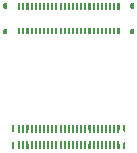
<source format=gtp>
G04*
G04 #@! TF.GenerationSoftware,Altium Limited,Altium Designer,20.0.12 (288)*
G04*
G04 Layer_Color=8421504*
%FSLAX25Y25*%
%MOIN*%
G70*
G01*
G75*
%ADD13R,0.00866X0.02008*%
%ADD14R,0.01378X0.01732*%
%ADD15R,0.00866X0.02933*%
%ADD16R,0.00787X0.02480*%
G36*
X40512Y13248D02*
X39803D01*
Y14961D01*
X40512D01*
Y13248D01*
D02*
G37*
G36*
X39134D02*
X38425D01*
Y14961D01*
X39134D01*
Y13248D01*
D02*
G37*
G36*
X37756D02*
X37047D01*
Y14961D01*
X37756D01*
Y13248D01*
D02*
G37*
G36*
X36378D02*
X35669D01*
Y14961D01*
X36378D01*
Y13248D01*
D02*
G37*
G36*
X35000D02*
X34291D01*
Y14961D01*
X35000D01*
Y13248D01*
D02*
G37*
G36*
X33622D02*
X32913D01*
Y14961D01*
X33622D01*
Y13248D01*
D02*
G37*
G36*
X32244D02*
X31535D01*
Y14961D01*
X32244D01*
Y13248D01*
D02*
G37*
G36*
X30866D02*
X30158D01*
Y14961D01*
X30866D01*
Y13248D01*
D02*
G37*
G36*
X29488D02*
X28780D01*
Y14961D01*
X29488D01*
Y13248D01*
D02*
G37*
G36*
X28110D02*
X27402D01*
Y14961D01*
X28110D01*
Y13248D01*
D02*
G37*
G36*
X26732D02*
X26024D01*
Y14961D01*
X26732D01*
Y13248D01*
D02*
G37*
G36*
X25354D02*
X24646D01*
Y14961D01*
X25354D01*
Y13248D01*
D02*
G37*
G36*
X23976D02*
X23268D01*
Y14961D01*
X23976D01*
Y13248D01*
D02*
G37*
G36*
X22598D02*
X21890D01*
Y14961D01*
X22598D01*
Y13248D01*
D02*
G37*
G36*
X21220D02*
X20512D01*
Y14961D01*
X21220D01*
Y13248D01*
D02*
G37*
G36*
X19842D02*
X19134D01*
Y14961D01*
X19842D01*
Y13248D01*
D02*
G37*
G36*
X18465D02*
X17756D01*
Y14961D01*
X18465D01*
Y13248D01*
D02*
G37*
G36*
X17087D02*
X16378D01*
Y14961D01*
X17087D01*
Y13248D01*
D02*
G37*
G36*
X15709D02*
X15000D01*
Y14961D01*
X15709D01*
Y13248D01*
D02*
G37*
G36*
X14331D02*
X13622D01*
Y14961D01*
X14331D01*
Y13248D01*
D02*
G37*
G36*
X12953D02*
X12244D01*
Y14961D01*
X12953D01*
Y13248D01*
D02*
G37*
G36*
X11575D02*
X10866D01*
Y14961D01*
X11575D01*
Y13248D01*
D02*
G37*
G36*
X10197D02*
X9488D01*
Y14961D01*
X10197D01*
Y13248D01*
D02*
G37*
G36*
X8819D02*
X8110D01*
Y14961D01*
X8819D01*
Y13248D01*
D02*
G37*
G36*
X7441D02*
X6732D01*
Y14961D01*
X7441D01*
Y13248D01*
D02*
G37*
G36*
X42480Y12480D02*
X41850D01*
Y14961D01*
X42480D01*
Y12480D01*
D02*
G37*
G36*
X5394D02*
X4764D01*
Y14961D01*
X5394D01*
Y12480D01*
D02*
G37*
G36*
X42480Y6693D02*
X41850D01*
Y9173D01*
X42480D01*
Y6693D01*
D02*
G37*
G36*
X40512D02*
X39803D01*
Y8405D01*
X40512D01*
Y6693D01*
D02*
G37*
G36*
X39134D02*
X38425D01*
Y8405D01*
X39134D01*
Y6693D01*
D02*
G37*
G36*
X37756D02*
X37047D01*
Y8405D01*
X37756D01*
Y6693D01*
D02*
G37*
G36*
X36378D02*
X35669D01*
Y8405D01*
X36378D01*
Y6693D01*
D02*
G37*
G36*
X35000D02*
X34291D01*
Y8405D01*
X35000D01*
Y6693D01*
D02*
G37*
G36*
X33622D02*
X32913D01*
Y8405D01*
X33622D01*
Y6693D01*
D02*
G37*
G36*
X32244D02*
X31535D01*
Y8405D01*
X32244D01*
Y6693D01*
D02*
G37*
G36*
X30866D02*
X30158D01*
Y8405D01*
X30866D01*
Y6693D01*
D02*
G37*
G36*
X29488D02*
X28780D01*
Y8405D01*
X29488D01*
Y6693D01*
D02*
G37*
G36*
X28110D02*
X27402D01*
Y8405D01*
X28110D01*
Y6693D01*
D02*
G37*
G36*
X26732D02*
X26024D01*
Y8405D01*
X26732D01*
Y6693D01*
D02*
G37*
G36*
X25354D02*
X24646D01*
Y8405D01*
X25354D01*
Y6693D01*
D02*
G37*
G36*
X23976D02*
X23268D01*
Y8405D01*
X23976D01*
Y6693D01*
D02*
G37*
G36*
X22598D02*
X21890D01*
Y8405D01*
X22598D01*
Y6693D01*
D02*
G37*
G36*
X21220D02*
X20512D01*
Y8405D01*
X21220D01*
Y6693D01*
D02*
G37*
G36*
X19842D02*
X19134D01*
Y8405D01*
X19842D01*
Y6693D01*
D02*
G37*
G36*
X18465D02*
X17756D01*
Y8405D01*
X18465D01*
Y6693D01*
D02*
G37*
G36*
X17087D02*
X16378D01*
Y8405D01*
X17087D01*
Y6693D01*
D02*
G37*
G36*
X15709D02*
X15000D01*
Y8405D01*
X15709D01*
Y6693D01*
D02*
G37*
G36*
X14331D02*
X13622D01*
Y8405D01*
X14331D01*
Y6693D01*
D02*
G37*
G36*
X12953D02*
X12244D01*
Y8405D01*
X12953D01*
Y6693D01*
D02*
G37*
G36*
X11575D02*
X10866D01*
Y8405D01*
X11575D01*
Y6693D01*
D02*
G37*
G36*
X10197D02*
X9488D01*
Y8405D01*
X10197D01*
Y6693D01*
D02*
G37*
G36*
X8819D02*
X8110D01*
Y8405D01*
X8819D01*
Y6693D01*
D02*
G37*
G36*
X7441D02*
X6732D01*
Y8405D01*
X7441D01*
Y6693D01*
D02*
G37*
G36*
X5394D02*
X4764D01*
Y9173D01*
X5394D01*
Y6693D01*
D02*
G37*
G36*
X45335Y53583D02*
X44232D01*
Y55315D01*
X45335D01*
Y53583D01*
D02*
G37*
G36*
X3012D02*
X1909D01*
Y55315D01*
X3012D01*
Y53583D01*
D02*
G37*
G36*
X40512Y53307D02*
X39803D01*
Y55315D01*
X40512D01*
Y53307D01*
D02*
G37*
G36*
X39134D02*
X38425D01*
Y55315D01*
X39134D01*
Y53307D01*
D02*
G37*
G36*
X37756D02*
X37047D01*
Y55315D01*
X37756D01*
Y53307D01*
D02*
G37*
G36*
X36378D02*
X35669D01*
Y55315D01*
X36378D01*
Y53307D01*
D02*
G37*
G36*
X35000D02*
X34291D01*
Y55315D01*
X35000D01*
Y53307D01*
D02*
G37*
G36*
X33622D02*
X32913D01*
Y55315D01*
X33622D01*
Y53307D01*
D02*
G37*
G36*
X32244D02*
X31535D01*
Y55315D01*
X32244D01*
Y53307D01*
D02*
G37*
G36*
X30866D02*
X30158D01*
Y55315D01*
X30866D01*
Y53307D01*
D02*
G37*
G36*
X29488D02*
X28780D01*
Y55315D01*
X29488D01*
Y53307D01*
D02*
G37*
G36*
X28110D02*
X27402D01*
Y55315D01*
X28110D01*
Y53307D01*
D02*
G37*
G36*
X26732D02*
X26024D01*
Y55315D01*
X26732D01*
Y53307D01*
D02*
G37*
G36*
X25354D02*
X24646D01*
Y55315D01*
X25354D01*
Y53307D01*
D02*
G37*
G36*
X23976D02*
X23268D01*
Y55315D01*
X23976D01*
Y53307D01*
D02*
G37*
G36*
X22598D02*
X21890D01*
Y55315D01*
X22598D01*
Y53307D01*
D02*
G37*
G36*
X21220D02*
X20512D01*
Y55315D01*
X21220D01*
Y53307D01*
D02*
G37*
G36*
X19842D02*
X19134D01*
Y55315D01*
X19842D01*
Y53307D01*
D02*
G37*
G36*
X18465D02*
X17756D01*
Y55315D01*
X18465D01*
Y53307D01*
D02*
G37*
G36*
X17087D02*
X16378D01*
Y55315D01*
X17087D01*
Y53307D01*
D02*
G37*
G36*
X15709D02*
X15000D01*
Y55315D01*
X15709D01*
Y53307D01*
D02*
G37*
G36*
X14331D02*
X13622D01*
Y55315D01*
X14331D01*
Y53307D01*
D02*
G37*
G36*
X12953D02*
X12244D01*
Y55315D01*
X12953D01*
Y53307D01*
D02*
G37*
G36*
X11575D02*
X10866D01*
Y55315D01*
X11575D01*
Y53307D01*
D02*
G37*
G36*
X10197D02*
X9488D01*
Y55315D01*
X10197D01*
Y53307D01*
D02*
G37*
G36*
X8819D02*
X8110D01*
Y55315D01*
X8819D01*
Y53307D01*
D02*
G37*
G36*
X7441D02*
X6732D01*
Y55315D01*
X7441D01*
Y53307D01*
D02*
G37*
G36*
X45335Y45079D02*
X44232D01*
Y46811D01*
X45335D01*
Y45079D01*
D02*
G37*
G36*
X40512D02*
X39803D01*
Y47087D01*
X40512D01*
Y45079D01*
D02*
G37*
G36*
X39134D02*
X38425D01*
Y47087D01*
X39134D01*
Y45079D01*
D02*
G37*
G36*
X37756D02*
X37047D01*
Y47087D01*
X37756D01*
Y45079D01*
D02*
G37*
G36*
X36378D02*
X35669D01*
Y47087D01*
X36378D01*
Y45079D01*
D02*
G37*
G36*
X35000D02*
X34291D01*
Y47087D01*
X35000D01*
Y45079D01*
D02*
G37*
G36*
X33622D02*
X32913D01*
Y47087D01*
X33622D01*
Y45079D01*
D02*
G37*
G36*
X32244D02*
X31535D01*
Y47087D01*
X32244D01*
Y45079D01*
D02*
G37*
G36*
X30866D02*
X30158D01*
Y47087D01*
X30866D01*
Y45079D01*
D02*
G37*
G36*
X29488D02*
X28780D01*
Y47087D01*
X29488D01*
Y45079D01*
D02*
G37*
G36*
X28110D02*
X27402D01*
Y47087D01*
X28110D01*
Y45079D01*
D02*
G37*
G36*
X26732D02*
X26024D01*
Y47087D01*
X26732D01*
Y45079D01*
D02*
G37*
G36*
X25354D02*
X24646D01*
Y47087D01*
X25354D01*
Y45079D01*
D02*
G37*
G36*
X23976D02*
X23268D01*
Y47087D01*
X23976D01*
Y45079D01*
D02*
G37*
G36*
X22598D02*
X21890D01*
Y47087D01*
X22598D01*
Y45079D01*
D02*
G37*
G36*
X21220D02*
X20512D01*
Y47087D01*
X21220D01*
Y45079D01*
D02*
G37*
G36*
X19842D02*
X19134D01*
Y47087D01*
X19842D01*
Y45079D01*
D02*
G37*
G36*
X18465D02*
X17756D01*
Y47087D01*
X18465D01*
Y45079D01*
D02*
G37*
G36*
X17087D02*
X16378D01*
Y47087D01*
X17087D01*
Y45079D01*
D02*
G37*
G36*
X15709D02*
X15000D01*
Y47087D01*
X15709D01*
Y45079D01*
D02*
G37*
G36*
X14331D02*
X13622D01*
Y47087D01*
X14331D01*
Y45079D01*
D02*
G37*
G36*
X12953D02*
X12244D01*
Y47087D01*
X12953D01*
Y45079D01*
D02*
G37*
G36*
X11575D02*
X10866D01*
Y47087D01*
X11575D01*
Y45079D01*
D02*
G37*
G36*
X10197D02*
X9488D01*
Y47087D01*
X10197D01*
Y45079D01*
D02*
G37*
G36*
X8819D02*
X8110D01*
Y47087D01*
X8819D01*
Y45079D01*
D02*
G37*
G36*
X7441D02*
X6732D01*
Y47087D01*
X7441D01*
Y45079D01*
D02*
G37*
G36*
X3012D02*
X1909D01*
Y46811D01*
X3012D01*
Y45079D01*
D02*
G37*
D13*
X40157Y46083D02*
D03*
Y54311D02*
D03*
X38780Y46083D02*
D03*
Y54311D02*
D03*
X37402Y46083D02*
D03*
Y54311D02*
D03*
X36024Y46083D02*
D03*
Y54311D02*
D03*
X34646Y46083D02*
D03*
Y54311D02*
D03*
X33268Y46083D02*
D03*
Y54311D02*
D03*
X31890Y46083D02*
D03*
Y54311D02*
D03*
X30512Y46083D02*
D03*
Y54311D02*
D03*
X29134Y46083D02*
D03*
Y54311D02*
D03*
X27756Y46083D02*
D03*
Y54311D02*
D03*
X26378Y46083D02*
D03*
Y54311D02*
D03*
X25000Y46083D02*
D03*
Y54311D02*
D03*
X23622Y46083D02*
D03*
Y54311D02*
D03*
X22244Y46083D02*
D03*
Y54311D02*
D03*
X20866Y46083D02*
D03*
Y54311D02*
D03*
X19488Y46083D02*
D03*
Y54311D02*
D03*
X18110Y46083D02*
D03*
Y54311D02*
D03*
X16732Y46083D02*
D03*
Y54311D02*
D03*
X15354Y46083D02*
D03*
Y54311D02*
D03*
X13976Y46083D02*
D03*
Y54311D02*
D03*
X12598Y46083D02*
D03*
Y54311D02*
D03*
X11220Y46083D02*
D03*
Y54311D02*
D03*
X9843Y46083D02*
D03*
Y54311D02*
D03*
X8465Y46083D02*
D03*
Y54311D02*
D03*
X7087Y46083D02*
D03*
Y54311D02*
D03*
D14*
X44783Y45945D02*
D03*
X2461D02*
D03*
X44783Y54449D02*
D03*
X2461D02*
D03*
D15*
X7087Y8159D02*
D03*
Y13494D02*
D03*
X8465Y8159D02*
D03*
Y13494D02*
D03*
X9843Y8159D02*
D03*
Y13494D02*
D03*
X11220Y8159D02*
D03*
Y13494D02*
D03*
X12598Y8159D02*
D03*
Y13494D02*
D03*
X13976Y8159D02*
D03*
Y13494D02*
D03*
X15354Y8159D02*
D03*
Y13494D02*
D03*
X16732Y8159D02*
D03*
Y13494D02*
D03*
X18110Y8159D02*
D03*
Y13494D02*
D03*
X19488Y8159D02*
D03*
Y13494D02*
D03*
X20866Y8159D02*
D03*
Y13494D02*
D03*
X22244Y8159D02*
D03*
Y13494D02*
D03*
X23622Y8159D02*
D03*
Y13494D02*
D03*
X25000Y8159D02*
D03*
Y13494D02*
D03*
X26378Y8159D02*
D03*
Y13494D02*
D03*
X27756Y8159D02*
D03*
Y13494D02*
D03*
X29134Y8159D02*
D03*
Y13494D02*
D03*
X30512Y8159D02*
D03*
Y13494D02*
D03*
X31890Y8159D02*
D03*
Y13494D02*
D03*
X33268Y8159D02*
D03*
Y13494D02*
D03*
X34646Y8159D02*
D03*
Y13494D02*
D03*
X36024Y8159D02*
D03*
Y13494D02*
D03*
X37402Y8159D02*
D03*
Y13494D02*
D03*
X38780Y8159D02*
D03*
Y13494D02*
D03*
X40157Y8159D02*
D03*
Y13494D02*
D03*
D16*
X5079Y7933D02*
D03*
Y13721D02*
D03*
X42165Y7933D02*
D03*
Y13721D02*
D03*
M02*

</source>
